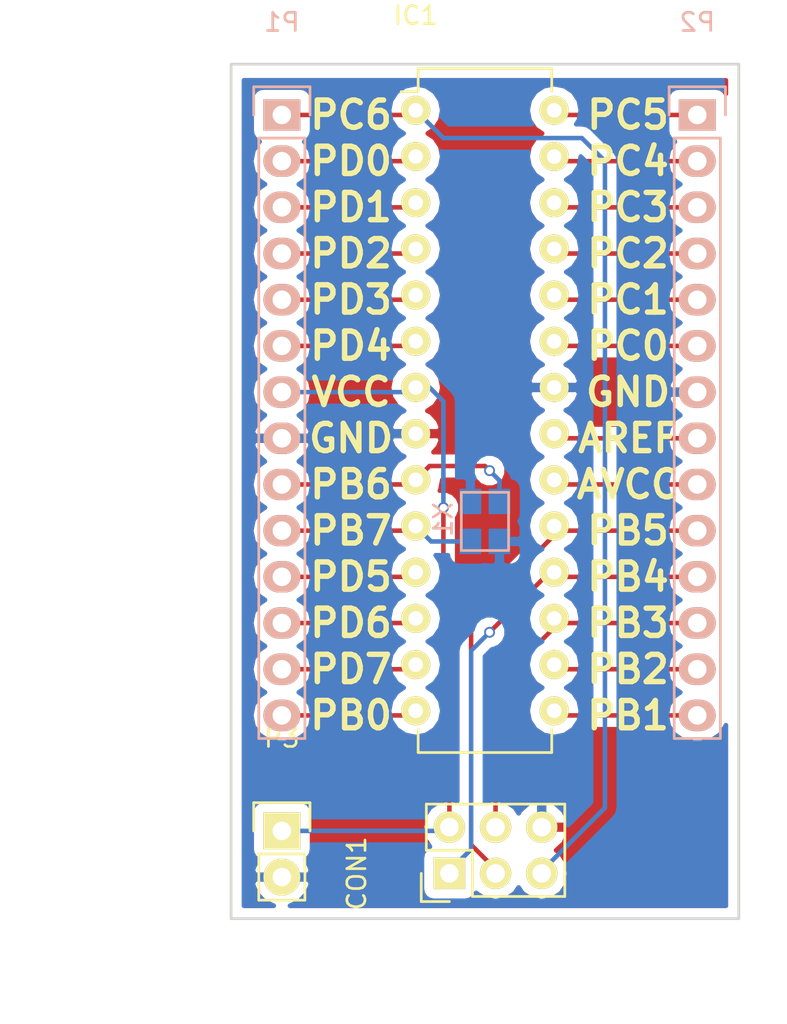
<source format=kicad_pcb>
(kicad_pcb (version 4) (host pcbnew 4.0.2+e4-6225~38~ubuntu14.04.1-stable)

  (general
    (links 41)
    (no_connects 0)
    (area 139.320001 93.985 183.162334 152.560001)
    (thickness 1.6)
    (drawings 34)
    (tracks 62)
    (zones 0)
    (modules 6)
    (nets 28)
  )

  (page A4)
  (layers
    (0 F.Cu signal)
    (31 B.Cu signal)
    (32 B.Adhes user)
    (33 F.Adhes user)
    (34 B.Paste user)
    (35 F.Paste user)
    (36 B.SilkS user)
    (37 F.SilkS user)
    (38 B.Mask user)
    (39 F.Mask user)
    (40 Dwgs.User user)
    (41 Cmts.User user)
    (42 Eco1.User user)
    (43 Eco2.User user)
    (44 Edge.Cuts user)
    (45 Margin user)
    (46 B.CrtYd user)
    (47 F.CrtYd user)
    (48 B.Fab user)
    (49 F.Fab user)
  )

  (setup
    (last_trace_width 0.25)
    (trace_clearance 0.2)
    (zone_clearance 0.508)
    (zone_45_only no)
    (trace_min 0.2)
    (segment_width 0.2)
    (edge_width 0.15)
    (via_size 0.6)
    (via_drill 0.4)
    (via_min_size 0.4)
    (via_min_drill 0.3)
    (uvia_size 0.3)
    (uvia_drill 0.1)
    (uvias_allowed no)
    (uvia_min_size 0.2)
    (uvia_min_drill 0.1)
    (pcb_text_width 0.3)
    (pcb_text_size 1.5 1.5)
    (mod_edge_width 0.15)
    (mod_text_size 1 1)
    (mod_text_width 0.15)
    (pad_size 1.524 1.524)
    (pad_drill 0.762)
    (pad_to_mask_clearance 0.2)
    (aux_axis_origin 0 0)
    (visible_elements FFFFFF7F)
    (pcbplotparams
      (layerselection 0x00030_80000001)
      (usegerberextensions false)
      (excludeedgelayer true)
      (linewidth 0.100000)
      (plotframeref false)
      (viasonmask false)
      (mode 1)
      (useauxorigin false)
      (hpglpennumber 1)
      (hpglpenspeed 20)
      (hpglpendiameter 15)
      (hpglpenoverlay 2)
      (psnegative false)
      (psa4output false)
      (plotreference true)
      (plotvalue true)
      (plotinvisibletext false)
      (padsonsilk false)
      (subtractmaskfromsilk false)
      (outputformat 1)
      (mirror false)
      (drillshape 1)
      (scaleselection 1)
      (outputdirectory ""))
  )

  (net 0 "")
  (net 1 PD0)
  (net 2 PD1)
  (net 3 PD2)
  (net 4 PD3)
  (net 5 PD4)
  (net 6 PB6)
  (net 7 PB7)
  (net 8 PD5)
  (net 9 PD6)
  (net 10 PD7)
  (net 11 PB0)
  (net 12 PC0)
  (net 13 PC1)
  (net 14 PC2)
  (net 15 PC3)
  (net 16 PC4)
  (net 17 PC5)
  (net 18 PB1)
  (net 19 PB2)
  (net 20 PB3)
  (net 21 PB4)
  (net 22 PB5)
  (net 23 PC6)
  (net 24 GND)
  (net 25 VCC)
  (net 26 AVCC)
  (net 27 AREF)

  (net_class Default "This is the default net class."
    (clearance 0.2)
    (trace_width 0.25)
    (via_dia 0.6)
    (via_drill 0.4)
    (uvia_dia 0.3)
    (uvia_drill 0.1)
    (add_net AREF)
    (add_net AVCC)
    (add_net GND)
    (add_net PB0)
    (add_net PB1)
    (add_net PB2)
    (add_net PB3)
    (add_net PB4)
    (add_net PB5)
    (add_net PB6)
    (add_net PB7)
    (add_net PC0)
    (add_net PC1)
    (add_net PC2)
    (add_net PC3)
    (add_net PC4)
    (add_net PC5)
    (add_net PC6)
    (add_net PD0)
    (add_net PD1)
    (add_net PD2)
    (add_net PD3)
    (add_net PD4)
    (add_net PD5)
    (add_net PD6)
    (add_net PD7)
    (add_net VCC)
  )

  (module Housings_DIP:DIP-28_W7.62mm (layer F.Cu) (tedit 54130A77) (tstamp 577B6C82)
    (at 162.56 100.33)
    (descr "28-lead dip package, row spacing 7.62 mm (300 mils)")
    (tags "dil dip 2.54 300")
    (path /577B669F)
    (fp_text reference IC1 (at 0 -5.22) (layer F.SilkS)
      (effects (font (size 1 1) (thickness 0.15)))
    )
    (fp_text value ATMEGA328P-P (at 0 -3.72) (layer F.Fab)
      (effects (font (size 1 1) (thickness 0.15)))
    )
    (fp_line (start -1.05 -2.45) (end -1.05 35.5) (layer F.CrtYd) (width 0.05))
    (fp_line (start 8.65 -2.45) (end 8.65 35.5) (layer F.CrtYd) (width 0.05))
    (fp_line (start -1.05 -2.45) (end 8.65 -2.45) (layer F.CrtYd) (width 0.05))
    (fp_line (start -1.05 35.5) (end 8.65 35.5) (layer F.CrtYd) (width 0.05))
    (fp_line (start 0.135 -2.295) (end 0.135 -1.025) (layer F.SilkS) (width 0.15))
    (fp_line (start 7.485 -2.295) (end 7.485 -1.025) (layer F.SilkS) (width 0.15))
    (fp_line (start 7.485 35.315) (end 7.485 34.045) (layer F.SilkS) (width 0.15))
    (fp_line (start 0.135 35.315) (end 0.135 34.045) (layer F.SilkS) (width 0.15))
    (fp_line (start 0.135 -2.295) (end 7.485 -2.295) (layer F.SilkS) (width 0.15))
    (fp_line (start 0.135 35.315) (end 7.485 35.315) (layer F.SilkS) (width 0.15))
    (fp_line (start 0.135 -1.025) (end -0.8 -1.025) (layer F.SilkS) (width 0.15))
    (pad 1 thru_hole oval (at 0 0) (size 1.6 1.6) (drill 0.8) (layers *.Cu *.Mask F.SilkS)
      (net 23 PC6))
    (pad 2 thru_hole oval (at 0 2.54) (size 1.6 1.6) (drill 0.8) (layers *.Cu *.Mask F.SilkS)
      (net 1 PD0))
    (pad 3 thru_hole oval (at 0 5.08) (size 1.6 1.6) (drill 0.8) (layers *.Cu *.Mask F.SilkS)
      (net 2 PD1))
    (pad 4 thru_hole oval (at 0 7.62) (size 1.6 1.6) (drill 0.8) (layers *.Cu *.Mask F.SilkS)
      (net 3 PD2))
    (pad 5 thru_hole oval (at 0 10.16) (size 1.6 1.6) (drill 0.8) (layers *.Cu *.Mask F.SilkS)
      (net 4 PD3))
    (pad 6 thru_hole oval (at 0 12.7) (size 1.6 1.6) (drill 0.8) (layers *.Cu *.Mask F.SilkS)
      (net 5 PD4))
    (pad 7 thru_hole oval (at 0 15.24) (size 1.6 1.6) (drill 0.8) (layers *.Cu *.Mask F.SilkS)
      (net 25 VCC))
    (pad 8 thru_hole oval (at 0 17.78) (size 1.6 1.6) (drill 0.8) (layers *.Cu *.Mask F.SilkS)
      (net 24 GND))
    (pad 9 thru_hole oval (at 0 20.32) (size 1.6 1.6) (drill 0.8) (layers *.Cu *.Mask F.SilkS)
      (net 6 PB6))
    (pad 10 thru_hole oval (at 0 22.86) (size 1.6 1.6) (drill 0.8) (layers *.Cu *.Mask F.SilkS)
      (net 7 PB7))
    (pad 11 thru_hole oval (at 0 25.4) (size 1.6 1.6) (drill 0.8) (layers *.Cu *.Mask F.SilkS)
      (net 8 PD5))
    (pad 12 thru_hole oval (at 0 27.94) (size 1.6 1.6) (drill 0.8) (layers *.Cu *.Mask F.SilkS)
      (net 9 PD6))
    (pad 13 thru_hole oval (at 0 30.48) (size 1.6 1.6) (drill 0.8) (layers *.Cu *.Mask F.SilkS)
      (net 10 PD7))
    (pad 14 thru_hole oval (at 0 33.02) (size 1.6 1.6) (drill 0.8) (layers *.Cu *.Mask F.SilkS)
      (net 11 PB0))
    (pad 15 thru_hole oval (at 7.62 33.02) (size 1.6 1.6) (drill 0.8) (layers *.Cu *.Mask F.SilkS)
      (net 18 PB1))
    (pad 16 thru_hole oval (at 7.62 30.48) (size 1.6 1.6) (drill 0.8) (layers *.Cu *.Mask F.SilkS)
      (net 19 PB2))
    (pad 17 thru_hole oval (at 7.62 27.94) (size 1.6 1.6) (drill 0.8) (layers *.Cu *.Mask F.SilkS)
      (net 20 PB3))
    (pad 18 thru_hole oval (at 7.62 25.4) (size 1.6 1.6) (drill 0.8) (layers *.Cu *.Mask F.SilkS)
      (net 21 PB4))
    (pad 19 thru_hole oval (at 7.62 22.86) (size 1.6 1.6) (drill 0.8) (layers *.Cu *.Mask F.SilkS)
      (net 22 PB5))
    (pad 20 thru_hole oval (at 7.62 20.32) (size 1.6 1.6) (drill 0.8) (layers *.Cu *.Mask F.SilkS)
      (net 26 AVCC))
    (pad 21 thru_hole oval (at 7.62 17.78) (size 1.6 1.6) (drill 0.8) (layers *.Cu *.Mask F.SilkS)
      (net 27 AREF))
    (pad 22 thru_hole oval (at 7.62 15.24) (size 1.6 1.6) (drill 0.8) (layers *.Cu *.Mask F.SilkS)
      (net 24 GND))
    (pad 23 thru_hole oval (at 7.62 12.7) (size 1.6 1.6) (drill 0.8) (layers *.Cu *.Mask F.SilkS)
      (net 12 PC0))
    (pad 24 thru_hole oval (at 7.62 10.16) (size 1.6 1.6) (drill 0.8) (layers *.Cu *.Mask F.SilkS)
      (net 13 PC1))
    (pad 25 thru_hole oval (at 7.62 7.62) (size 1.6 1.6) (drill 0.8) (layers *.Cu *.Mask F.SilkS)
      (net 14 PC2))
    (pad 26 thru_hole oval (at 7.62 5.08) (size 1.6 1.6) (drill 0.8) (layers *.Cu *.Mask F.SilkS)
      (net 15 PC3))
    (pad 27 thru_hole oval (at 7.62 2.54) (size 1.6 1.6) (drill 0.8) (layers *.Cu *.Mask F.SilkS)
      (net 16 PC4))
    (pad 28 thru_hole oval (at 7.62 0) (size 1.6 1.6) (drill 0.8) (layers *.Cu *.Mask F.SilkS)
      (net 17 PC5))
    (model Housings_DIP.3dshapes/DIP-28_W7.62mm.wrl
      (at (xyz 0 0 0))
      (scale (xyz 1 1 1))
      (rotate (xyz 0 0 0))
    )
  )

  (module Pin_Headers:Pin_Header_Straight_2x03 (layer F.Cu) (tedit 54EA0A4B) (tstamp 577B6C62)
    (at 164.4142 142.2908 90)
    (descr "Through hole pin header")
    (tags "pin header")
    (path /577B6737)
    (fp_text reference CON1 (at 0 -5.1 90) (layer F.SilkS)
      (effects (font (size 1 1) (thickness 0.15)))
    )
    (fp_text value AVR-ISP-6 (at 0 -3.1 90) (layer F.Fab)
      (effects (font (size 1 1) (thickness 0.15)))
    )
    (fp_line (start -1.27 1.27) (end -1.27 6.35) (layer F.SilkS) (width 0.15))
    (fp_line (start -1.55 -1.55) (end 0 -1.55) (layer F.SilkS) (width 0.15))
    (fp_line (start -1.75 -1.75) (end -1.75 6.85) (layer F.CrtYd) (width 0.05))
    (fp_line (start 4.3 -1.75) (end 4.3 6.85) (layer F.CrtYd) (width 0.05))
    (fp_line (start -1.75 -1.75) (end 4.3 -1.75) (layer F.CrtYd) (width 0.05))
    (fp_line (start -1.75 6.85) (end 4.3 6.85) (layer F.CrtYd) (width 0.05))
    (fp_line (start 1.27 -1.27) (end 1.27 1.27) (layer F.SilkS) (width 0.15))
    (fp_line (start 1.27 1.27) (end -1.27 1.27) (layer F.SilkS) (width 0.15))
    (fp_line (start -1.27 6.35) (end 3.81 6.35) (layer F.SilkS) (width 0.15))
    (fp_line (start 3.81 6.35) (end 3.81 1.27) (layer F.SilkS) (width 0.15))
    (fp_line (start -1.55 -1.55) (end -1.55 0) (layer F.SilkS) (width 0.15))
    (fp_line (start 3.81 -1.27) (end 1.27 -1.27) (layer F.SilkS) (width 0.15))
    (fp_line (start 3.81 1.27) (end 3.81 -1.27) (layer F.SilkS) (width 0.15))
    (pad 1 thru_hole rect (at 0 0 90) (size 1.7272 1.7272) (drill 1.016) (layers *.Cu *.Mask F.SilkS)
      (net 21 PB4))
    (pad 2 thru_hole oval (at 2.54 0 90) (size 1.7272 1.7272) (drill 1.016) (layers *.Cu *.Mask F.SilkS)
      (net 25 VCC))
    (pad 3 thru_hole oval (at 0 2.54 90) (size 1.7272 1.7272) (drill 1.016) (layers *.Cu *.Mask F.SilkS)
      (net 22 PB5))
    (pad 4 thru_hole oval (at 2.54 2.54 90) (size 1.7272 1.7272) (drill 1.016) (layers *.Cu *.Mask F.SilkS)
      (net 20 PB3))
    (pad 5 thru_hole oval (at 0 5.08 90) (size 1.7272 1.7272) (drill 1.016) (layers *.Cu *.Mask F.SilkS)
      (net 23 PC6))
    (pad 6 thru_hole oval (at 2.54 5.08 90) (size 1.7272 1.7272) (drill 1.016) (layers *.Cu *.Mask F.SilkS)
      (net 24 GND))
    (model Pin_Headers.3dshapes/Pin_Header_Straight_2x03.wrl
      (at (xyz 0.05 -0.1 0))
      (scale (xyz 1 1 1))
      (rotate (xyz 0 0 90))
    )
  )

  (module Pin_Headers:Pin_Header_Straight_1x14 (layer B.Cu) (tedit 0) (tstamp 577B6DBA)
    (at 155.194 100.584 180)
    (descr "Through hole pin header")
    (tags "pin header")
    (path /577B6D36)
    (fp_text reference P1 (at 0 5.1 180) (layer B.SilkS)
      (effects (font (size 1 1) (thickness 0.15)) (justify mirror))
    )
    (fp_text value CONN_01X14 (at 0 3.1 180) (layer B.Fab)
      (effects (font (size 1 1) (thickness 0.15)) (justify mirror))
    )
    (fp_line (start -1.75 1.75) (end -1.75 -34.8) (layer B.CrtYd) (width 0.05))
    (fp_line (start 1.75 1.75) (end 1.75 -34.8) (layer B.CrtYd) (width 0.05))
    (fp_line (start -1.75 1.75) (end 1.75 1.75) (layer B.CrtYd) (width 0.05))
    (fp_line (start -1.75 -34.8) (end 1.75 -34.8) (layer B.CrtYd) (width 0.05))
    (fp_line (start -1.27 -1.27) (end -1.27 -34.29) (layer B.SilkS) (width 0.15))
    (fp_line (start -1.27 -34.29) (end 1.27 -34.29) (layer B.SilkS) (width 0.15))
    (fp_line (start 1.27 -34.29) (end 1.27 -1.27) (layer B.SilkS) (width 0.15))
    (fp_line (start 1.55 1.55) (end 1.55 0) (layer B.SilkS) (width 0.15))
    (fp_line (start 1.27 -1.27) (end -1.27 -1.27) (layer B.SilkS) (width 0.15))
    (fp_line (start -1.55 0) (end -1.55 1.55) (layer B.SilkS) (width 0.15))
    (fp_line (start -1.55 1.55) (end 1.55 1.55) (layer B.SilkS) (width 0.15))
    (pad 1 thru_hole rect (at 0 0 180) (size 2.032 1.7272) (drill 1.016) (layers *.Cu *.Mask B.SilkS)
      (net 23 PC6))
    (pad 2 thru_hole oval (at 0 -2.54 180) (size 2.032 1.7272) (drill 1.016) (layers *.Cu *.Mask B.SilkS)
      (net 1 PD0))
    (pad 3 thru_hole oval (at 0 -5.08 180) (size 2.032 1.7272) (drill 1.016) (layers *.Cu *.Mask B.SilkS)
      (net 2 PD1))
    (pad 4 thru_hole oval (at 0 -7.62 180) (size 2.032 1.7272) (drill 1.016) (layers *.Cu *.Mask B.SilkS)
      (net 3 PD2))
    (pad 5 thru_hole oval (at 0 -10.16 180) (size 2.032 1.7272) (drill 1.016) (layers *.Cu *.Mask B.SilkS)
      (net 4 PD3))
    (pad 6 thru_hole oval (at 0 -12.7 180) (size 2.032 1.7272) (drill 1.016) (layers *.Cu *.Mask B.SilkS)
      (net 5 PD4))
    (pad 7 thru_hole oval (at 0 -15.24 180) (size 2.032 1.7272) (drill 1.016) (layers *.Cu *.Mask B.SilkS)
      (net 25 VCC))
    (pad 8 thru_hole oval (at 0 -17.78 180) (size 2.032 1.7272) (drill 1.016) (layers *.Cu *.Mask B.SilkS)
      (net 24 GND))
    (pad 9 thru_hole oval (at 0 -20.32 180) (size 2.032 1.7272) (drill 1.016) (layers *.Cu *.Mask B.SilkS)
      (net 6 PB6))
    (pad 10 thru_hole oval (at 0 -22.86 180) (size 2.032 1.7272) (drill 1.016) (layers *.Cu *.Mask B.SilkS)
      (net 7 PB7))
    (pad 11 thru_hole oval (at 0 -25.4 180) (size 2.032 1.7272) (drill 1.016) (layers *.Cu *.Mask B.SilkS)
      (net 8 PD5))
    (pad 12 thru_hole oval (at 0 -27.94 180) (size 2.032 1.7272) (drill 1.016) (layers *.Cu *.Mask B.SilkS)
      (net 9 PD6))
    (pad 13 thru_hole oval (at 0 -30.48 180) (size 2.032 1.7272) (drill 1.016) (layers *.Cu *.Mask B.SilkS)
      (net 10 PD7))
    (pad 14 thru_hole oval (at 0 -33.02 180) (size 2.032 1.7272) (drill 1.016) (layers *.Cu *.Mask B.SilkS)
      (net 11 PB0))
    (model Pin_Headers.3dshapes/Pin_Header_Straight_1x14.wrl
      (at (xyz 0 -0.65 0))
      (scale (xyz 1 1 1))
      (rotate (xyz 0 0 90))
    )
  )

  (module Pin_Headers:Pin_Header_Straight_1x14 (layer B.Cu) (tedit 0) (tstamp 577B6DCB)
    (at 178.054 100.584 180)
    (descr "Through hole pin header")
    (tags "pin header")
    (path /577B6DB3)
    (fp_text reference P2 (at 0 5.1 180) (layer B.SilkS)
      (effects (font (size 1 1) (thickness 0.15)) (justify mirror))
    )
    (fp_text value CONN_01X14 (at 0 3.1 180) (layer B.Fab)
      (effects (font (size 1 1) (thickness 0.15)) (justify mirror))
    )
    (fp_line (start -1.75 1.75) (end -1.75 -34.8) (layer B.CrtYd) (width 0.05))
    (fp_line (start 1.75 1.75) (end 1.75 -34.8) (layer B.CrtYd) (width 0.05))
    (fp_line (start -1.75 1.75) (end 1.75 1.75) (layer B.CrtYd) (width 0.05))
    (fp_line (start -1.75 -34.8) (end 1.75 -34.8) (layer B.CrtYd) (width 0.05))
    (fp_line (start -1.27 -1.27) (end -1.27 -34.29) (layer B.SilkS) (width 0.15))
    (fp_line (start -1.27 -34.29) (end 1.27 -34.29) (layer B.SilkS) (width 0.15))
    (fp_line (start 1.27 -34.29) (end 1.27 -1.27) (layer B.SilkS) (width 0.15))
    (fp_line (start 1.55 1.55) (end 1.55 0) (layer B.SilkS) (width 0.15))
    (fp_line (start 1.27 -1.27) (end -1.27 -1.27) (layer B.SilkS) (width 0.15))
    (fp_line (start -1.55 0) (end -1.55 1.55) (layer B.SilkS) (width 0.15))
    (fp_line (start -1.55 1.55) (end 1.55 1.55) (layer B.SilkS) (width 0.15))
    (pad 1 thru_hole rect (at 0 0 180) (size 2.032 1.7272) (drill 1.016) (layers *.Cu *.Mask B.SilkS)
      (net 17 PC5))
    (pad 2 thru_hole oval (at 0 -2.54 180) (size 2.032 1.7272) (drill 1.016) (layers *.Cu *.Mask B.SilkS)
      (net 16 PC4))
    (pad 3 thru_hole oval (at 0 -5.08 180) (size 2.032 1.7272) (drill 1.016) (layers *.Cu *.Mask B.SilkS)
      (net 15 PC3))
    (pad 4 thru_hole oval (at 0 -7.62 180) (size 2.032 1.7272) (drill 1.016) (layers *.Cu *.Mask B.SilkS)
      (net 14 PC2))
    (pad 5 thru_hole oval (at 0 -10.16 180) (size 2.032 1.7272) (drill 1.016) (layers *.Cu *.Mask B.SilkS)
      (net 13 PC1))
    (pad 6 thru_hole oval (at 0 -12.7 180) (size 2.032 1.7272) (drill 1.016) (layers *.Cu *.Mask B.SilkS)
      (net 12 PC0))
    (pad 7 thru_hole oval (at 0 -15.24 180) (size 2.032 1.7272) (drill 1.016) (layers *.Cu *.Mask B.SilkS)
      (net 24 GND))
    (pad 8 thru_hole oval (at 0 -17.78 180) (size 2.032 1.7272) (drill 1.016) (layers *.Cu *.Mask B.SilkS)
      (net 27 AREF))
    (pad 9 thru_hole oval (at 0 -20.32 180) (size 2.032 1.7272) (drill 1.016) (layers *.Cu *.Mask B.SilkS)
      (net 26 AVCC))
    (pad 10 thru_hole oval (at 0 -22.86 180) (size 2.032 1.7272) (drill 1.016) (layers *.Cu *.Mask B.SilkS)
      (net 22 PB5))
    (pad 11 thru_hole oval (at 0 -25.4 180) (size 2.032 1.7272) (drill 1.016) (layers *.Cu *.Mask B.SilkS)
      (net 21 PB4))
    (pad 12 thru_hole oval (at 0 -27.94 180) (size 2.032 1.7272) (drill 1.016) (layers *.Cu *.Mask B.SilkS)
      (net 20 PB3))
    (pad 13 thru_hole oval (at 0 -30.48 180) (size 2.032 1.7272) (drill 1.016) (layers *.Cu *.Mask B.SilkS)
      (net 19 PB2))
    (pad 14 thru_hole oval (at 0 -33.02 180) (size 2.032 1.7272) (drill 1.016) (layers *.Cu *.Mask B.SilkS)
      (net 18 PB1))
    (model Pin_Headers.3dshapes/Pin_Header_Straight_1x14.wrl
      (at (xyz 0 -0.65 0))
      (scale (xyz 1 1 1))
      (rotate (xyz 0 0 90))
    )
  )

  (module Pin_Headers:Pin_Header_Straight_1x02 (layer F.Cu) (tedit 54EA090C) (tstamp 577BCFC8)
    (at 155.194 139.954)
    (descr "Through hole pin header")
    (tags "pin header")
    (path /577BD029)
    (fp_text reference P3 (at 0 -5.1) (layer F.SilkS)
      (effects (font (size 1 1) (thickness 0.15)))
    )
    (fp_text value CONN_01X02 (at 0 -3.1) (layer F.Fab)
      (effects (font (size 1 1) (thickness 0.15)))
    )
    (fp_line (start 1.27 1.27) (end 1.27 3.81) (layer F.SilkS) (width 0.15))
    (fp_line (start 1.55 -1.55) (end 1.55 0) (layer F.SilkS) (width 0.15))
    (fp_line (start -1.75 -1.75) (end -1.75 4.3) (layer F.CrtYd) (width 0.05))
    (fp_line (start 1.75 -1.75) (end 1.75 4.3) (layer F.CrtYd) (width 0.05))
    (fp_line (start -1.75 -1.75) (end 1.75 -1.75) (layer F.CrtYd) (width 0.05))
    (fp_line (start -1.75 4.3) (end 1.75 4.3) (layer F.CrtYd) (width 0.05))
    (fp_line (start 1.27 1.27) (end -1.27 1.27) (layer F.SilkS) (width 0.15))
    (fp_line (start -1.55 0) (end -1.55 -1.55) (layer F.SilkS) (width 0.15))
    (fp_line (start -1.55 -1.55) (end 1.55 -1.55) (layer F.SilkS) (width 0.15))
    (fp_line (start -1.27 1.27) (end -1.27 3.81) (layer F.SilkS) (width 0.15))
    (fp_line (start -1.27 3.81) (end 1.27 3.81) (layer F.SilkS) (width 0.15))
    (pad 1 thru_hole rect (at 0 0) (size 2.032 2.032) (drill 1.016) (layers *.Cu *.Mask F.SilkS)
      (net 25 VCC))
    (pad 2 thru_hole oval (at 0 2.54) (size 2.032 2.032) (drill 1.016) (layers *.Cu *.Mask F.SilkS)
      (net 24 GND))
    (model Pin_Headers.3dshapes/Pin_Header_Straight_1x02.wrl
      (at (xyz 0 -0.05 0))
      (scale (xyz 1 1 1))
      (rotate (xyz 0 0 90))
    )
  )

  (module Crystals:crystal_FA238-TSX3225 (layer B.Cu) (tedit 0) (tstamp 577BD366)
    (at 166.37 122.936 270)
    (descr "crystal Epson Toyocom FA-238 and TSX-3225 series")
    (path /577BD3A3)
    (fp_text reference X1 (at -0.1 2.3 270) (layer B.SilkS)
      (effects (font (size 1 1) (thickness 0.15)) (justify mirror))
    )
    (fp_text value CRYSTAL_SMD (at 0.2 -2.3 270) (layer B.Fab)
      (effects (font (size 1 1) (thickness 0.15)) (justify mirror))
    )
    (fp_line (start -1.6 1.3) (end 1.6 1.3) (layer B.SilkS) (width 0.15))
    (fp_line (start 1.6 1.3) (end 1.6 -1.3) (layer B.SilkS) (width 0.15))
    (fp_line (start 1.6 -1.3) (end -1.6 -1.3) (layer B.SilkS) (width 0.15))
    (fp_line (start -1.6 -1.3) (end -1.6 1.3) (layer B.SilkS) (width 0.15))
    (pad 1 smd rect (at -1.1 -0.8 270) (size 1.4 1.2) (layers B.Cu B.Paste B.Mask)
      (net 6 PB6))
    (pad 3 smd rect (at 1.1 -0.8 270) (size 1.4 1.2) (layers B.Cu B.Paste B.Mask)
      (net 24 GND))
    (pad 3 smd rect (at -1.1 0.8 270) (size 1.4 1.2) (layers B.Cu B.Paste B.Mask)
      (net 24 GND))
    (pad 2 smd rect (at 1.1 0.8 270) (size 1.4 1.2) (layers B.Cu B.Paste B.Mask)
      (net 7 PB7))
    (model Crystals.3dshapes/crystal_FA238-TSX3225.wrl
      (at (xyz 0 0 0))
      (scale (xyz 0.24 0.24 0.24))
      (rotate (xyz 0 0 0))
    )
  )

  (gr_text PB1 (at 174.244 133.604) (layer F.SilkS)
    (effects (font (size 1.5 1.5) (thickness 0.3)))
  )
  (gr_text PB2 (at 174.244 131.064) (layer F.SilkS)
    (effects (font (size 1.5 1.5) (thickness 0.3)))
  )
  (gr_text PB3 (at 174.244 128.524) (layer F.SilkS)
    (effects (font (size 1.5 1.5) (thickness 0.3)))
  )
  (gr_text PB4 (at 174.244 125.984) (layer F.SilkS)
    (effects (font (size 1.5 1.5) (thickness 0.3)))
  )
  (gr_text PB5 (at 174.244 123.444) (layer F.SilkS)
    (effects (font (size 1.5 1.5) (thickness 0.3)))
  )
  (gr_text AVCC (at 174.244 120.904) (layer F.SilkS)
    (effects (font (size 1.5 1.5) (thickness 0.3)))
  )
  (gr_text AREF (at 174.244 118.364) (layer F.SilkS)
    (effects (font (size 1.5 1.5) (thickness 0.3)))
  )
  (gr_text GND (at 174.244 115.824) (layer F.SilkS)
    (effects (font (size 1.5 1.5) (thickness 0.3)))
  )
  (gr_text PC0 (at 174.244 113.284) (layer F.SilkS)
    (effects (font (size 1.5 1.5) (thickness 0.3)))
  )
  (gr_text PC1 (at 174.244 110.744) (layer F.SilkS)
    (effects (font (size 1.5 1.5) (thickness 0.3)))
  )
  (gr_text PC2 (at 174.244 108.204) (layer F.SilkS)
    (effects (font (size 1.5 1.5) (thickness 0.3)))
  )
  (gr_text PC3 (at 174.244 105.664) (layer F.SilkS)
    (effects (font (size 1.5 1.5) (thickness 0.3)))
  )
  (gr_text PC4 (at 174.244 103.124) (layer F.SilkS)
    (effects (font (size 1.5 1.5) (thickness 0.3)))
  )
  (dimension 46.99 (width 0.3) (layer Margin)
    (gr_text "46,990 mm" (at 145.97 121.285 270) (layer Margin)
      (effects (font (size 1.5 1.5) (thickness 0.3)))
    )
    (feature1 (pts (xy 152.4 144.78) (xy 144.62 144.78)))
    (feature2 (pts (xy 152.4 97.79) (xy 144.62 97.79)))
    (crossbar (pts (xy 147.32 97.79) (xy 147.32 144.78)))
    (arrow1a (pts (xy 147.32 144.78) (xy 146.733579 143.653496)))
    (arrow1b (pts (xy 147.32 144.78) (xy 147.906421 143.653496)))
    (arrow2a (pts (xy 147.32 97.79) (xy 146.733579 98.916504)))
    (arrow2b (pts (xy 147.32 97.79) (xy 147.906421 98.916504)))
  )
  (dimension 27.94 (width 0.3) (layer Margin)
    (gr_text "27,940 mm" (at 166.37 151.21) (layer Margin)
      (effects (font (size 1.5 1.5) (thickness 0.3)))
    )
    (feature1 (pts (xy 180.34 144.78) (xy 180.34 152.56)))
    (feature2 (pts (xy 152.4 144.78) (xy 152.4 152.56)))
    (crossbar (pts (xy 152.4 149.86) (xy 180.34 149.86)))
    (arrow1a (pts (xy 180.34 149.86) (xy 179.213496 150.446421)))
    (arrow1b (pts (xy 180.34 149.86) (xy 179.213496 149.273579)))
    (arrow2a (pts (xy 152.4 149.86) (xy 153.526504 150.446421)))
    (arrow2b (pts (xy 152.4 149.86) (xy 153.526504 149.273579)))
  )
  (gr_line (start 152.4 144.78) (end 152.4 97.79) (angle 90) (layer Edge.Cuts) (width 0.15))
  (gr_line (start 180.34 144.78) (end 152.4 144.78) (angle 90) (layer Edge.Cuts) (width 0.15))
  (gr_line (start 180.34 97.79) (end 180.34 144.78) (angle 90) (layer Edge.Cuts) (width 0.15))
  (gr_line (start 152.4 97.79) (end 180.34 97.79) (angle 90) (layer Edge.Cuts) (width 0.15))
  (gr_text PC5 (at 174.244 100.584) (layer F.SilkS)
    (effects (font (size 1.5 1.5) (thickness 0.3)))
  )
  (gr_text PB0 (at 159.004 133.604) (layer F.SilkS)
    (effects (font (size 1.5 1.5) (thickness 0.3)))
  )
  (gr_text PD7 (at 159.004 131.064) (layer F.SilkS)
    (effects (font (size 1.5 1.5) (thickness 0.3)))
  )
  (gr_text PD6 (at 159.004 128.524) (layer F.SilkS)
    (effects (font (size 1.5 1.5) (thickness 0.3)))
  )
  (gr_text PD5 (at 159.004 125.984) (layer F.SilkS)
    (effects (font (size 1.5 1.5) (thickness 0.3)))
  )
  (gr_text PB7 (at 159.004 123.444) (layer F.SilkS)
    (effects (font (size 1.5 1.5) (thickness 0.3)))
  )
  (gr_text PB6 (at 159.004 120.904) (layer F.SilkS)
    (effects (font (size 1.5 1.5) (thickness 0.3)))
  )
  (gr_text "GND\n" (at 159.004 118.364) (layer F.SilkS)
    (effects (font (size 1.5 1.5) (thickness 0.3)))
  )
  (gr_text "VCC\n" (at 159.004 115.824) (layer F.SilkS)
    (effects (font (size 1.5 1.5) (thickness 0.3)))
  )
  (gr_text PD4 (at 159.004 113.284) (layer F.SilkS)
    (effects (font (size 1.5 1.5) (thickness 0.3)))
  )
  (gr_text PD3 (at 159.004 110.744) (layer F.SilkS)
    (effects (font (size 1.5 1.5) (thickness 0.3)))
  )
  (gr_text PD2 (at 159.004 108.204) (layer F.SilkS)
    (effects (font (size 1.5 1.5) (thickness 0.3)))
  )
  (gr_text PD1 (at 159.004 105.664) (layer F.SilkS)
    (effects (font (size 1.5 1.5) (thickness 0.3)))
  )
  (gr_text PD0 (at 159.004 103.124) (layer F.SilkS)
    (effects (font (size 1.5 1.5) (thickness 0.3)))
  )
  (gr_text PC6 (at 159.004 100.584) (layer F.SilkS)
    (effects (font (size 1.5 1.5) (thickness 0.3)))
  )

  (segment (start 155.194 103.124) (end 162.814 103.124) (width 0.25) (layer F.Cu) (net 1))
  (segment (start 155.194 105.664) (end 162.814 105.664) (width 0.25) (layer F.Cu) (net 2))
  (segment (start 155.194 108.204) (end 162.814 108.204) (width 0.25) (layer F.Cu) (net 3))
  (segment (start 155.194 110.744) (end 162.814 110.744) (width 0.25) (layer F.Cu) (net 4))
  (segment (start 155.194 113.284) (end 162.814 113.284) (width 0.25) (layer F.Cu) (net 5))
  (segment (start 167.17 121.836) (end 167.17 120.688) (width 0.25) (layer B.Cu) (net 6) (status 400000))
  (segment (start 163.322 119.888) (end 162.56 120.65) (width 0.25) (layer F.Cu) (net 6) (tstamp 577D164A) (status 800000))
  (segment (start 166.37 119.888) (end 163.322 119.888) (width 0.25) (layer F.Cu) (net 6) (tstamp 577D1646))
  (segment (start 166.624 120.142) (end 166.37 119.888) (width 0.25) (layer F.Cu) (net 6) (tstamp 577D1645))
  (via (at 166.624 120.142) (size 0.6) (drill 0.4) (layers F.Cu B.Cu) (net 6))
  (segment (start 167.17 120.688) (end 166.624 120.142) (width 0.25) (layer B.Cu) (net 6) (tstamp 577D163D))
  (segment (start 155.194 120.904) (end 162.814 120.904) (width 0.25) (layer F.Cu) (net 6))
  (segment (start 165.57 124.036) (end 163.406 124.036) (width 0.25) (layer B.Cu) (net 7) (status 10))
  (segment (start 163.406 124.036) (end 162.814 123.444) (width 0.25) (layer B.Cu) (net 7) (tstamp 577BD585))
  (segment (start 155.194 123.444) (end 162.814 123.444) (width 0.25) (layer F.Cu) (net 7))
  (segment (start 155.194 125.984) (end 162.814 125.984) (width 0.25) (layer F.Cu) (net 8))
  (segment (start 155.194 128.524) (end 162.814 128.524) (width 0.25) (layer F.Cu) (net 9))
  (segment (start 155.194 131.064) (end 162.814 131.064) (width 0.25) (layer F.Cu) (net 10))
  (segment (start 155.194 133.604) (end 162.814 133.604) (width 0.25) (layer F.Cu) (net 11))
  (segment (start 170.434 113.284) (end 178.054 113.284) (width 0.25) (layer F.Cu) (net 12))
  (segment (start 170.434 110.744) (end 178.054 110.744) (width 0.25) (layer F.Cu) (net 13))
  (segment (start 170.434 108.204) (end 178.054 108.204) (width 0.25) (layer F.Cu) (net 14))
  (segment (start 170.434 105.664) (end 178.054 105.664) (width 0.25) (layer F.Cu) (net 15))
  (segment (start 170.434 103.124) (end 178.054 103.124) (width 0.25) (layer F.Cu) (net 16))
  (segment (start 170.434 100.584) (end 178.054 100.584) (width 0.25) (layer F.Cu) (net 17))
  (segment (start 170.434 133.604) (end 178.054 133.604) (width 0.25) (layer F.Cu) (net 18))
  (segment (start 170.434 131.064) (end 178.054 131.064) (width 0.25) (layer F.Cu) (net 19))
  (segment (start 166.9542 139.7508) (end 166.9542 132.0038) (width 0.25) (layer F.Cu) (net 20))
  (segment (start 166.9542 132.0038) (end 170.434 128.524) (width 0.25) (layer F.Cu) (net 20) (tstamp 577BCD8C))
  (segment (start 170.434 128.524) (end 178.054 128.524) (width 0.25) (layer F.Cu) (net 20) (tstamp 577BCD94))
  (segment (start 164.4142 142.2908) (end 164.4142 142.1638) (width 0.25) (layer B.Cu) (net 21))
  (segment (start 164.4142 142.1638) (end 165.608 140.97) (width 0.25) (layer B.Cu) (net 21) (tstamp 577BCE62))
  (segment (start 165.608 140.97) (end 165.608 130.048) (width 0.25) (layer B.Cu) (net 21) (tstamp 577BCE63))
  (segment (start 165.608 130.048) (end 166.624 129.032) (width 0.25) (layer B.Cu) (net 21) (tstamp 577BCE67))
  (via (at 166.624 129.032) (size 0.6) (drill 0.4) (layers F.Cu B.Cu) (net 21))
  (segment (start 166.624 129.032) (end 169.672 125.984) (width 0.25) (layer F.Cu) (net 21) (tstamp 577BCE70))
  (segment (start 169.672 125.984) (end 178.054 125.984) (width 0.25) (layer F.Cu) (net 21) (tstamp 577BCE71))
  (segment (start 170.434 123.444) (end 178.054 123.444) (width 0.25) (layer F.Cu) (net 22))
  (segment (start 166.9542 142.2908) (end 166.9542 142.0622) (width 0.25) (layer F.Cu) (net 22))
  (segment (start 166.9542 142.0622) (end 165.608 140.716) (width 0.25) (layer F.Cu) (net 22) (tstamp 577BCDFE))
  (segment (start 165.608 140.716) (end 165.608 128.27) (width 0.25) (layer F.Cu) (net 22) (tstamp 577BCE00))
  (segment (start 165.608 128.27) (end 170.434 123.444) (width 0.25) (layer F.Cu) (net 22) (tstamp 577BCE09))
  (segment (start 155.194 100.584) (end 162.814 100.584) (width 0.25) (layer F.Cu) (net 23))
  (segment (start 169.4942 142.2908) (end 169.4942 142.1638) (width 0.25) (layer B.Cu) (net 23))
  (segment (start 169.4942 142.1638) (end 172.974 138.684) (width 0.25) (layer B.Cu) (net 23) (tstamp 577BCD6C))
  (segment (start 172.974 138.684) (end 172.974 103.124) (width 0.25) (layer B.Cu) (net 23) (tstamp 577BCD77))
  (segment (start 172.974 103.124) (end 171.704 101.854) (width 0.25) (layer B.Cu) (net 23) (tstamp 577BCD7A))
  (segment (start 171.704 101.854) (end 164.084 101.854) (width 0.25) (layer B.Cu) (net 23) (tstamp 577BCD7C))
  (segment (start 164.084 101.854) (end 162.814 100.584) (width 0.25) (layer B.Cu) (net 23) (tstamp 577BCD7E))
  (segment (start 162.56 115.57) (end 163.322 115.57) (width 0.25) (layer B.Cu) (net 25) (status C00000))
  (segment (start 163.322 115.57) (end 164.084 116.332) (width 0.25) (layer B.Cu) (net 25) (tstamp 577D16E9) (status 400000))
  (segment (start 164.4142 131.1402) (end 164.4142 139.7508) (width 0.25) (layer F.Cu) (net 25) (tstamp 577D16F8) (status 800000))
  (segment (start 164.084 130.81) (end 164.4142 131.1402) (width 0.25) (layer F.Cu) (net 25) (tstamp 577D16F6))
  (segment (start 164.084 122.174) (end 164.084 130.81) (width 0.25) (layer F.Cu) (net 25) (tstamp 577D16F5))
  (via (at 164.084 122.174) (size 0.6) (drill 0.4) (layers F.Cu B.Cu) (net 25))
  (segment (start 164.084 116.332) (end 164.084 122.174) (width 0.25) (layer B.Cu) (net 25) (tstamp 577D16ED))
  (segment (start 155.194 115.824) (end 162.306 115.824) (width 0.25) (layer B.Cu) (net 25) (status C00000))
  (segment (start 162.306 115.824) (end 162.56 115.57) (width 0.25) (layer B.Cu) (net 25) (tstamp 577D16E0) (status C00000))
  (segment (start 155.194 139.954) (end 164.211 139.954) (width 0.25) (layer B.Cu) (net 25) (status C00000))
  (segment (start 164.211 139.954) (end 164.4142 139.7508) (width 0.25) (layer B.Cu) (net 25) (tstamp 577D16C9) (status C00000))
  (segment (start 170.434 120.904) (end 178.054 120.904) (width 0.25) (layer F.Cu) (net 26))
  (segment (start 170.434 118.364) (end 178.054 118.364) (width 0.25) (layer F.Cu) (net 27))

  (zone (net 24) (net_name GND) (layer F.Cu) (tstamp 577D1416) (hatch edge 0.508)
    (connect_pads (clearance 0.508))
    (min_thickness 0.254)
    (fill yes (arc_segments 16) (thermal_gap 0.508) (thermal_bridge_width 0.508))
    (polygon
      (pts
        (xy 179.832 144.272) (xy 152.908 144.272) (xy 152.908 98.552) (xy 179.832 98.552) (xy 179.832 144.272)
      )
    )
    (filled_polygon
      (pts
        (xy 179.63 99.418007) (xy 179.53409 99.268959) (xy 179.32189 99.123969) (xy 179.07 99.07296) (xy 177.038 99.07296)
        (xy 176.802683 99.117238) (xy 176.586559 99.25631) (xy 176.441569 99.46851) (xy 176.39056 99.7204) (xy 176.39056 99.824)
        (xy 171.542463 99.824) (xy 171.53388 99.780849) (xy 171.222811 99.315302) (xy 170.757264 99.004233) (xy 170.208113 98.895)
        (xy 170.151887 98.895) (xy 169.602736 99.004233) (xy 169.137189 99.315302) (xy 168.82612 99.780849) (xy 168.716887 100.33)
        (xy 168.82612 100.879151) (xy 169.137189 101.344698) (xy 169.519275 101.6) (xy 169.137189 101.855302) (xy 168.82612 102.320849)
        (xy 168.716887 102.87) (xy 168.82612 103.419151) (xy 169.137189 103.884698) (xy 169.519275 104.14) (xy 169.137189 104.395302)
        (xy 168.82612 104.860849) (xy 168.716887 105.41) (xy 168.82612 105.959151) (xy 169.137189 106.424698) (xy 169.519275 106.68)
        (xy 169.137189 106.935302) (xy 168.82612 107.400849) (xy 168.716887 107.95) (xy 168.82612 108.499151) (xy 169.137189 108.964698)
        (xy 169.519275 109.22) (xy 169.137189 109.475302) (xy 168.82612 109.940849) (xy 168.716887 110.49) (xy 168.82612 111.039151)
        (xy 169.137189 111.504698) (xy 169.519275 111.76) (xy 169.137189 112.015302) (xy 168.82612 112.480849) (xy 168.716887 113.03)
        (xy 168.82612 113.579151) (xy 169.137189 114.044698) (xy 169.541703 114.314986) (xy 169.324866 114.417611) (xy 168.948959 114.832577)
        (xy 168.788096 115.220961) (xy 168.910085 115.443) (xy 170.053 115.443) (xy 170.053 115.423) (xy 170.307 115.423)
        (xy 170.307 115.443) (xy 171.449915 115.443) (xy 171.571904 115.220961) (xy 171.411041 114.832577) (xy 171.035134 114.417611)
        (xy 170.818297 114.314986) (xy 171.222811 114.044698) (xy 171.223277 114.044) (xy 176.609352 114.044) (xy 176.809585 114.34367)
        (xy 177.119069 114.550461) (xy 176.703268 114.921964) (xy 176.449291 115.449209) (xy 176.446642 115.464974) (xy 176.567783 115.697)
        (xy 177.927 115.697) (xy 177.927 115.677) (xy 178.181 115.677) (xy 178.181 115.697) (xy 178.201 115.697)
        (xy 178.201 115.951) (xy 178.181 115.951) (xy 178.181 115.971) (xy 177.927 115.971) (xy 177.927 115.951)
        (xy 176.567783 115.951) (xy 176.446642 116.183026) (xy 176.449291 116.198791) (xy 176.703268 116.726036) (xy 177.119069 117.097539)
        (xy 176.809585 117.30433) (xy 176.609352 117.604) (xy 171.542463 117.604) (xy 171.53388 117.560849) (xy 171.222811 117.095302)
        (xy 170.818297 116.825014) (xy 171.035134 116.722389) (xy 171.411041 116.307423) (xy 171.571904 115.919039) (xy 171.449915 115.697)
        (xy 170.307 115.697) (xy 170.307 115.717) (xy 170.053 115.717) (xy 170.053 115.697) (xy 168.910085 115.697)
        (xy 168.788096 115.919039) (xy 168.948959 116.307423) (xy 169.324866 116.722389) (xy 169.541703 116.825014) (xy 169.137189 117.095302)
        (xy 168.82612 117.560849) (xy 168.716887 118.11) (xy 168.82612 118.659151) (xy 169.137189 119.124698) (xy 169.519275 119.38)
        (xy 169.137189 119.635302) (xy 168.82612 120.100849) (xy 168.716887 120.65) (xy 168.82612 121.199151) (xy 169.137189 121.664698)
        (xy 169.519275 121.92) (xy 169.137189 122.175302) (xy 168.82612 122.640849) (xy 168.716887 123.19) (xy 168.82612 123.739151)
        (xy 168.92142 123.881778) (xy 165.070599 127.732599) (xy 164.905852 127.979161) (xy 164.848 128.27) (xy 164.848 130.499198)
        (xy 164.844 130.495198) (xy 164.844 122.736463) (xy 164.876192 122.704327) (xy 165.018838 122.360799) (xy 165.019162 121.988833)
        (xy 164.877117 121.645057) (xy 164.614327 121.381808) (xy 164.270799 121.239162) (xy 163.898833 121.238838) (xy 163.882987 121.245385)
        (xy 163.91388 121.199151) (xy 164.023113 120.65) (xy 164.022715 120.648) (xy 165.821403 120.648) (xy 165.830883 120.670943)
        (xy 166.093673 120.934192) (xy 166.437201 121.076838) (xy 166.809167 121.077162) (xy 167.152943 120.935117) (xy 167.416192 120.672327)
        (xy 167.558838 120.328799) (xy 167.559162 119.956833) (xy 167.417117 119.613057) (xy 167.154327 119.349808) (xy 166.810799 119.207162)
        (xy 166.692578 119.207059) (xy 166.660839 119.185852) (xy 166.37 119.128) (xy 163.536874 119.128) (xy 163.791041 118.847423)
        (xy 163.951904 118.459039) (xy 163.829915 118.237) (xy 162.687 118.237) (xy 162.687 118.257) (xy 162.433 118.257)
        (xy 162.433 118.237) (xy 161.290085 118.237) (xy 161.168096 118.459039) (xy 161.328959 118.847423) (xy 161.704866 119.262389)
        (xy 161.921703 119.365014) (xy 161.517189 119.635302) (xy 161.20612 120.100849) (xy 161.197537 120.144) (xy 156.638648 120.144)
        (xy 156.438415 119.84433) (xy 156.128931 119.637539) (xy 156.544732 119.266036) (xy 156.798709 118.738791) (xy 156.801358 118.723026)
        (xy 156.680217 118.491) (xy 155.321 118.491) (xy 155.321 118.511) (xy 155.067 118.511) (xy 155.067 118.491)
        (xy 153.707783 118.491) (xy 153.586642 118.723026) (xy 153.589291 118.738791) (xy 153.843268 119.266036) (xy 154.259069 119.637539)
        (xy 153.949585 119.84433) (xy 153.624729 120.330511) (xy 153.510655 120.904) (xy 153.624729 121.477489) (xy 153.949585 121.96367)
        (xy 154.264366 122.174) (xy 153.949585 122.38433) (xy 153.624729 122.870511) (xy 153.510655 123.444) (xy 153.624729 124.017489)
        (xy 153.949585 124.50367) (xy 154.264366 124.714) (xy 153.949585 124.92433) (xy 153.624729 125.410511) (xy 153.510655 125.984)
        (xy 153.624729 126.557489) (xy 153.949585 127.04367) (xy 154.264366 127.254) (xy 153.949585 127.46433) (xy 153.624729 127.950511)
        (xy 153.510655 128.524) (xy 153.624729 129.097489) (xy 153.949585 129.58367) (xy 154.264366 129.794) (xy 153.949585 130.00433)
        (xy 153.624729 130.490511) (xy 153.510655 131.064) (xy 153.624729 131.637489) (xy 153.949585 132.12367) (xy 154.264366 132.334)
        (xy 153.949585 132.54433) (xy 153.624729 133.030511) (xy 153.510655 133.604) (xy 153.624729 134.177489) (xy 153.949585 134.66367)
        (xy 154.435766 134.988526) (xy 155.009255 135.1026) (xy 155.378745 135.1026) (xy 155.952234 134.988526) (xy 156.438415 134.66367)
        (xy 156.638648 134.364) (xy 161.516723 134.364) (xy 161.517189 134.364698) (xy 161.982736 134.675767) (xy 162.531887 134.785)
        (xy 162.588113 134.785) (xy 163.137264 134.675767) (xy 163.602811 134.364698) (xy 163.6542 134.287789) (xy 163.6542 138.461538)
        (xy 163.35453 138.661771) (xy 163.029674 139.147952) (xy 162.9156 139.721441) (xy 162.9156 139.780159) (xy 163.029674 140.353648)
        (xy 163.340774 140.819242) (xy 163.315283 140.824038) (xy 163.099159 140.96311) (xy 162.954169 141.17531) (xy 162.90316 141.4272)
        (xy 162.90316 143.1544) (xy 162.947438 143.389717) (xy 163.08651 143.605841) (xy 163.29871 143.750831) (xy 163.5506 143.80184)
        (xy 165.2778 143.80184) (xy 165.513117 143.757562) (xy 165.729241 143.61849) (xy 165.874231 143.40629) (xy 165.883064 143.362669)
        (xy 165.89453 143.379829) (xy 166.380711 143.704685) (xy 166.9542 143.818759) (xy 167.527689 143.704685) (xy 168.01387 143.379829)
        (xy 168.2242 143.065048) (xy 168.43453 143.379829) (xy 168.920711 143.704685) (xy 169.4942 143.818759) (xy 170.067689 143.704685)
        (xy 170.55387 143.379829) (xy 170.878726 142.893648) (xy 170.9928 142.320159) (xy 170.9928 142.261441) (xy 170.878726 141.687952)
        (xy 170.55387 141.201771) (xy 170.283039 141.020808) (xy 170.701021 140.63929) (xy 170.949168 140.109827) (xy 170.828669 139.8778)
        (xy 169.6212 139.8778) (xy 169.6212 139.8978) (xy 169.3672 139.8978) (xy 169.3672 139.8778) (xy 169.3472 139.8778)
        (xy 169.3472 139.6238) (xy 169.3672 139.6238) (xy 169.3672 138.416983) (xy 169.6212 138.416983) (xy 169.6212 139.6238)
        (xy 170.828669 139.6238) (xy 170.949168 139.391773) (xy 170.701021 138.86231) (xy 170.269147 138.468112) (xy 169.853226 138.295842)
        (xy 169.6212 138.416983) (xy 169.3672 138.416983) (xy 169.135174 138.295842) (xy 168.719253 138.468112) (xy 168.287379 138.86231)
        (xy 168.229864 138.985028) (xy 168.01387 138.661771) (xy 167.7142 138.461538) (xy 167.7142 132.318602) (xy 168.800824 131.231978)
        (xy 168.82612 131.359151) (xy 169.137189 131.824698) (xy 169.519275 132.08) (xy 169.137189 132.335302) (xy 168.82612 132.800849)
        (xy 168.716887 133.35) (xy 168.82612 133.899151) (xy 169.137189 134.364698) (xy 169.602736 134.675767) (xy 170.151887 134.785)
        (xy 170.208113 134.785) (xy 170.757264 134.675767) (xy 171.222811 134.364698) (xy 171.223277 134.364) (xy 176.609352 134.364)
        (xy 176.809585 134.66367) (xy 177.295766 134.988526) (xy 177.869255 135.1026) (xy 178.238745 135.1026) (xy 178.812234 134.988526)
        (xy 179.298415 134.66367) (xy 179.623271 134.177489) (xy 179.63 134.14366) (xy 179.63 144.07) (xy 155.642249 144.07)
        (xy 156.162379 143.831188) (xy 156.600385 143.358818) (xy 156.799975 142.876944) (xy 156.680836 142.621) (xy 155.321 142.621)
        (xy 155.321 142.641) (xy 155.067 142.641) (xy 155.067 142.621) (xy 153.707164 142.621) (xy 153.588025 142.876944)
        (xy 153.787615 143.358818) (xy 154.225621 143.831188) (xy 154.745751 144.07) (xy 153.11 144.07) (xy 153.11 138.938)
        (xy 153.53056 138.938) (xy 153.53056 140.97) (xy 153.574838 141.205317) (xy 153.71391 141.421441) (xy 153.876948 141.53284)
        (xy 153.787615 141.629182) (xy 153.588025 142.111056) (xy 153.707164 142.367) (xy 155.067 142.367) (xy 155.067 142.347)
        (xy 155.321 142.347) (xy 155.321 142.367) (xy 156.680836 142.367) (xy 156.799975 142.111056) (xy 156.600385 141.629182)
        (xy 156.509903 141.531602) (xy 156.661441 141.43409) (xy 156.806431 141.22189) (xy 156.85744 140.97) (xy 156.85744 138.938)
        (xy 156.813162 138.702683) (xy 156.67409 138.486559) (xy 156.46189 138.341569) (xy 156.21 138.29056) (xy 154.178 138.29056)
        (xy 153.942683 138.334838) (xy 153.726559 138.47391) (xy 153.581569 138.68611) (xy 153.53056 138.938) (xy 153.11 138.938)
        (xy 153.11 103.124) (xy 153.510655 103.124) (xy 153.624729 103.697489) (xy 153.949585 104.18367) (xy 154.264366 104.394)
        (xy 153.949585 104.60433) (xy 153.624729 105.090511) (xy 153.510655 105.664) (xy 153.624729 106.237489) (xy 153.949585 106.72367)
        (xy 154.264366 106.934) (xy 153.949585 107.14433) (xy 153.624729 107.630511) (xy 153.510655 108.204) (xy 153.624729 108.777489)
        (xy 153.949585 109.26367) (xy 154.264366 109.474) (xy 153.949585 109.68433) (xy 153.624729 110.170511) (xy 153.510655 110.744)
        (xy 153.624729 111.317489) (xy 153.949585 111.80367) (xy 154.264366 112.014) (xy 153.949585 112.22433) (xy 153.624729 112.710511)
        (xy 153.510655 113.284) (xy 153.624729 113.857489) (xy 153.949585 114.34367) (xy 154.264366 114.554) (xy 153.949585 114.76433)
        (xy 153.624729 115.250511) (xy 153.510655 115.824) (xy 153.624729 116.397489) (xy 153.949585 116.88367) (xy 154.259069 117.090461)
        (xy 153.843268 117.461964) (xy 153.589291 117.989209) (xy 153.586642 118.004974) (xy 153.707783 118.237) (xy 155.067 118.237)
        (xy 155.067 118.217) (xy 155.321 118.217) (xy 155.321 118.237) (xy 156.680217 118.237) (xy 156.801358 118.004974)
        (xy 156.798709 117.989209) (xy 156.544732 117.461964) (xy 156.128931 117.090461) (xy 156.438415 116.88367) (xy 156.763271 116.397489)
        (xy 156.877345 115.824) (xy 156.763271 115.250511) (xy 156.438415 114.76433) (xy 156.123634 114.554) (xy 156.438415 114.34367)
        (xy 156.638648 114.044) (xy 161.516723 114.044) (xy 161.517189 114.044698) (xy 161.899275 114.3) (xy 161.517189 114.555302)
        (xy 161.20612 115.020849) (xy 161.096887 115.57) (xy 161.20612 116.119151) (xy 161.517189 116.584698) (xy 161.921703 116.854986)
        (xy 161.704866 116.957611) (xy 161.328959 117.372577) (xy 161.168096 117.760961) (xy 161.290085 117.983) (xy 162.433 117.983)
        (xy 162.433 117.963) (xy 162.687 117.963) (xy 162.687 117.983) (xy 163.829915 117.983) (xy 163.951904 117.760961)
        (xy 163.791041 117.372577) (xy 163.415134 116.957611) (xy 163.198297 116.854986) (xy 163.602811 116.584698) (xy 163.91388 116.119151)
        (xy 164.023113 115.57) (xy 163.91388 115.020849) (xy 163.602811 114.555302) (xy 163.220725 114.3) (xy 163.602811 114.044698)
        (xy 163.91388 113.579151) (xy 164.023113 113.03) (xy 163.91388 112.480849) (xy 163.602811 112.015302) (xy 163.220725 111.76)
        (xy 163.602811 111.504698) (xy 163.91388 111.039151) (xy 164.023113 110.49) (xy 163.91388 109.940849) (xy 163.602811 109.475302)
        (xy 163.220725 109.22) (xy 163.602811 108.964698) (xy 163.91388 108.499151) (xy 164.023113 107.95) (xy 163.91388 107.400849)
        (xy 163.602811 106.935302) (xy 163.220725 106.68) (xy 163.602811 106.424698) (xy 163.91388 105.959151) (xy 164.023113 105.41)
        (xy 163.91388 104.860849) (xy 163.602811 104.395302) (xy 163.220725 104.14) (xy 163.602811 103.884698) (xy 163.91388 103.419151)
        (xy 164.023113 102.87) (xy 163.91388 102.320849) (xy 163.602811 101.855302) (xy 163.220725 101.6) (xy 163.602811 101.344698)
        (xy 163.91388 100.879151) (xy 164.023113 100.33) (xy 163.91388 99.780849) (xy 163.602811 99.315302) (xy 163.137264 99.004233)
        (xy 162.588113 98.895) (xy 162.531887 98.895) (xy 161.982736 99.004233) (xy 161.517189 99.315302) (xy 161.20612 99.780849)
        (xy 161.197537 99.824) (xy 156.85744 99.824) (xy 156.85744 99.7204) (xy 156.813162 99.485083) (xy 156.67409 99.268959)
        (xy 156.46189 99.123969) (xy 156.21 99.07296) (xy 154.178 99.07296) (xy 153.942683 99.117238) (xy 153.726559 99.25631)
        (xy 153.581569 99.46851) (xy 153.53056 99.7204) (xy 153.53056 101.4476) (xy 153.574838 101.682917) (xy 153.71391 101.899041)
        (xy 153.92611 102.044031) (xy 153.967439 102.0524) (xy 153.949585 102.06433) (xy 153.624729 102.550511) (xy 153.510655 103.124)
        (xy 153.11 103.124) (xy 153.11 98.679) (xy 179.63 98.679)
      )
    )
  )
  (zone (net 24) (net_name GND) (layer B.Cu) (tstamp 577D14DB) (hatch edge 0.508)
    (connect_pads (clearance 0.508))
    (min_thickness 0.254)
    (fill yes (arc_segments 16) (thermal_gap 0.508) (thermal_bridge_width 0.508))
    (polygon
      (pts
        (xy 179.832 144.272) (xy 152.908 144.272) (xy 152.908 98.552) (xy 179.578 98.552) (xy 179.832 144.272)
      )
    )
    (filled_polygon
      (pts
        (xy 179.45468 99.214701) (xy 179.32189 99.123969) (xy 179.07 99.07296) (xy 177.038 99.07296) (xy 176.802683 99.117238)
        (xy 176.586559 99.25631) (xy 176.441569 99.46851) (xy 176.39056 99.7204) (xy 176.39056 101.4476) (xy 176.434838 101.682917)
        (xy 176.57391 101.899041) (xy 176.78611 102.044031) (xy 176.827439 102.0524) (xy 176.809585 102.06433) (xy 176.484729 102.550511)
        (xy 176.370655 103.124) (xy 176.484729 103.697489) (xy 176.809585 104.18367) (xy 177.124366 104.394) (xy 176.809585 104.60433)
        (xy 176.484729 105.090511) (xy 176.370655 105.664) (xy 176.484729 106.237489) (xy 176.809585 106.72367) (xy 177.124366 106.934)
        (xy 176.809585 107.14433) (xy 176.484729 107.630511) (xy 176.370655 108.204) (xy 176.484729 108.777489) (xy 176.809585 109.26367)
        (xy 177.124366 109.474) (xy 176.809585 109.68433) (xy 176.484729 110.170511) (xy 176.370655 110.744) (xy 176.484729 111.317489)
        (xy 176.809585 111.80367) (xy 177.124366 112.014) (xy 176.809585 112.22433) (xy 176.484729 112.710511) (xy 176.370655 113.284)
        (xy 176.484729 113.857489) (xy 176.809585 114.34367) (xy 177.119069 114.550461) (xy 176.703268 114.921964) (xy 176.449291 115.449209)
        (xy 176.446642 115.464974) (xy 176.567783 115.697) (xy 177.927 115.697) (xy 177.927 115.677) (xy 178.181 115.677)
        (xy 178.181 115.697) (xy 178.201 115.697) (xy 178.201 115.951) (xy 178.181 115.951) (xy 178.181 115.971)
        (xy 177.927 115.971) (xy 177.927 115.951) (xy 176.567783 115.951) (xy 176.446642 116.183026) (xy 176.449291 116.198791)
        (xy 176.703268 116.726036) (xy 177.119069 117.097539) (xy 176.809585 117.30433) (xy 176.484729 117.790511) (xy 176.370655 118.364)
        (xy 176.484729 118.937489) (xy 176.809585 119.42367) (xy 177.124366 119.634) (xy 176.809585 119.84433) (xy 176.484729 120.330511)
        (xy 176.370655 120.904) (xy 176.484729 121.477489) (xy 176.809585 121.96367) (xy 177.124366 122.174) (xy 176.809585 122.38433)
        (xy 176.484729 122.870511) (xy 176.370655 123.444) (xy 176.484729 124.017489) (xy 176.809585 124.50367) (xy 177.124366 124.714)
        (xy 176.809585 124.92433) (xy 176.484729 125.410511) (xy 176.370655 125.984) (xy 176.484729 126.557489) (xy 176.809585 127.04367)
        (xy 177.124366 127.254) (xy 176.809585 127.46433) (xy 176.484729 127.950511) (xy 176.370655 128.524) (xy 176.484729 129.097489)
        (xy 176.809585 129.58367) (xy 177.124366 129.794) (xy 176.809585 130.00433) (xy 176.484729 130.490511) (xy 176.370655 131.064)
        (xy 176.484729 131.637489) (xy 176.809585 132.12367) (xy 177.124366 132.334) (xy 176.809585 132.54433) (xy 176.484729 133.030511)
        (xy 176.370655 133.604) (xy 176.484729 134.177489) (xy 176.809585 134.66367) (xy 177.295766 134.988526) (xy 177.869255 135.1026)
        (xy 178.238745 135.1026) (xy 178.812234 134.988526) (xy 179.298415 134.66367) (xy 179.623271 134.177489) (xy 179.63 134.14366)
        (xy 179.63 144.07) (xy 155.642249 144.07) (xy 156.162379 143.831188) (xy 156.600385 143.358818) (xy 156.799975 142.876944)
        (xy 156.680836 142.621) (xy 155.321 142.621) (xy 155.321 142.641) (xy 155.067 142.641) (xy 155.067 142.621)
        (xy 153.707164 142.621) (xy 153.588025 142.876944) (xy 153.787615 143.358818) (xy 154.225621 143.831188) (xy 154.745751 144.07)
        (xy 153.11 144.07) (xy 153.11 120.904) (xy 153.510655 120.904) (xy 153.624729 121.477489) (xy 153.949585 121.96367)
        (xy 154.264366 122.174) (xy 153.949585 122.38433) (xy 153.624729 122.870511) (xy 153.510655 123.444) (xy 153.624729 124.017489)
        (xy 153.949585 124.50367) (xy 154.264366 124.714) (xy 153.949585 124.92433) (xy 153.624729 125.410511) (xy 153.510655 125.984)
        (xy 153.624729 126.557489) (xy 153.949585 127.04367) (xy 154.264366 127.254) (xy 153.949585 127.46433) (xy 153.624729 127.950511)
        (xy 153.510655 128.524) (xy 153.624729 129.097489) (xy 153.949585 129.58367) (xy 154.264366 129.794) (xy 153.949585 130.00433)
        (xy 153.624729 130.490511) (xy 153.510655 131.064) (xy 153.624729 131.637489) (xy 153.949585 132.12367) (xy 154.264366 132.334)
        (xy 153.949585 132.54433) (xy 153.624729 133.030511) (xy 153.510655 133.604) (xy 153.624729 134.177489) (xy 153.949585 134.66367)
        (xy 154.435766 134.988526) (xy 155.009255 135.1026) (xy 155.378745 135.1026) (xy 155.952234 134.988526) (xy 156.438415 134.66367)
        (xy 156.763271 134.177489) (xy 156.877345 133.604) (xy 156.763271 133.030511) (xy 156.438415 132.54433) (xy 156.123634 132.334)
        (xy 156.438415 132.12367) (xy 156.763271 131.637489) (xy 156.877345 131.064) (xy 156.763271 130.490511) (xy 156.438415 130.00433)
        (xy 156.123634 129.794) (xy 156.438415 129.58367) (xy 156.763271 129.097489) (xy 156.877345 128.524) (xy 156.763271 127.950511)
        (xy 156.438415 127.46433) (xy 156.123634 127.254) (xy 156.438415 127.04367) (xy 156.763271 126.557489) (xy 156.877345 125.984)
        (xy 156.763271 125.410511) (xy 156.438415 124.92433) (xy 156.123634 124.714) (xy 156.438415 124.50367) (xy 156.763271 124.017489)
        (xy 156.877345 123.444) (xy 156.763271 122.870511) (xy 156.438415 122.38433) (xy 156.123634 122.174) (xy 156.438415 121.96367)
        (xy 156.763271 121.477489) (xy 156.877345 120.904) (xy 156.763271 120.330511) (xy 156.438415 119.84433) (xy 156.128931 119.637539)
        (xy 156.544732 119.266036) (xy 156.798709 118.738791) (xy 156.801358 118.723026) (xy 156.680217 118.491) (xy 155.321 118.491)
        (xy 155.321 118.511) (xy 155.067 118.511) (xy 155.067 118.491) (xy 153.707783 118.491) (xy 153.586642 118.723026)
        (xy 153.589291 118.738791) (xy 153.843268 119.266036) (xy 154.259069 119.637539) (xy 153.949585 119.84433) (xy 153.624729 120.330511)
        (xy 153.510655 120.904) (xy 153.11 120.904) (xy 153.11 103.124) (xy 153.510655 103.124) (xy 153.624729 103.697489)
        (xy 153.949585 104.18367) (xy 154.264366 104.394) (xy 153.949585 104.60433) (xy 153.624729 105.090511) (xy 153.510655 105.664)
        (xy 153.624729 106.237489) (xy 153.949585 106.72367) (xy 154.264366 106.934) (xy 153.949585 107.14433) (xy 153.624729 107.630511)
        (xy 153.510655 108.204) (xy 153.624729 108.777489) (xy 153.949585 109.26367) (xy 154.264366 109.474) (xy 153.949585 109.68433)
        (xy 153.624729 110.170511) (xy 153.510655 110.744) (xy 153.624729 111.317489) (xy 153.949585 111.80367) (xy 154.264366 112.014)
        (xy 153.949585 112.22433) (xy 153.624729 112.710511) (xy 153.510655 113.284) (xy 153.624729 113.857489) (xy 153.949585 114.34367)
        (xy 154.264366 114.554) (xy 153.949585 114.76433) (xy 153.624729 115.250511) (xy 153.510655 115.824) (xy 153.624729 116.397489)
        (xy 153.949585 116.88367) (xy 154.259069 117.090461) (xy 153.843268 117.461964) (xy 153.589291 117.989209) (xy 153.586642 118.004974)
        (xy 153.707783 118.237) (xy 155.067 118.237) (xy 155.067 118.217) (xy 155.321 118.217) (xy 155.321 118.237)
        (xy 156.680217 118.237) (xy 156.801358 118.004974) (xy 156.798709 117.989209) (xy 156.544732 117.461964) (xy 156.128931 117.090461)
        (xy 156.438415 116.88367) (xy 156.638648 116.584) (xy 161.516723 116.584) (xy 161.517189 116.584698) (xy 161.921703 116.854986)
        (xy 161.704866 116.957611) (xy 161.328959 117.372577) (xy 161.168096 117.760961) (xy 161.290085 117.983) (xy 162.433 117.983)
        (xy 162.433 117.963) (xy 162.687 117.963) (xy 162.687 117.983) (xy 162.707 117.983) (xy 162.707 118.237)
        (xy 162.687 118.237) (xy 162.687 118.257) (xy 162.433 118.257) (xy 162.433 118.237) (xy 161.290085 118.237)
        (xy 161.168096 118.459039) (xy 161.328959 118.847423) (xy 161.704866 119.262389) (xy 161.921703 119.365014) (xy 161.517189 119.635302)
        (xy 161.20612 120.100849) (xy 161.096887 120.65) (xy 161.20612 121.199151) (xy 161.517189 121.664698) (xy 161.899275 121.92)
        (xy 161.517189 122.175302) (xy 161.20612 122.640849) (xy 161.096887 123.19) (xy 161.20612 123.739151) (xy 161.517189 124.204698)
        (xy 161.899275 124.46) (xy 161.517189 124.715302) (xy 161.20612 125.180849) (xy 161.096887 125.73) (xy 161.20612 126.279151)
        (xy 161.517189 126.744698) (xy 161.899275 127) (xy 161.517189 127.255302) (xy 161.20612 127.720849) (xy 161.096887 128.27)
        (xy 161.20612 128.819151) (xy 161.517189 129.284698) (xy 161.899275 129.54) (xy 161.517189 129.795302) (xy 161.20612 130.260849)
        (xy 161.096887 130.81) (xy 161.20612 131.359151) (xy 161.517189 131.824698) (xy 161.899275 132.08) (xy 161.517189 132.335302)
        (xy 161.20612 132.800849) (xy 161.096887 133.35) (xy 161.20612 133.899151) (xy 161.517189 134.364698) (xy 161.982736 134.675767)
        (xy 162.531887 134.785) (xy 162.588113 134.785) (xy 163.137264 134.675767) (xy 163.602811 134.364698) (xy 163.91388 133.899151)
        (xy 164.023113 133.35) (xy 163.91388 132.800849) (xy 163.602811 132.335302) (xy 163.220725 132.08) (xy 163.602811 131.824698)
        (xy 163.91388 131.359151) (xy 164.023113 130.81) (xy 163.91388 130.260849) (xy 163.602811 129.795302) (xy 163.220725 129.54)
        (xy 163.602811 129.284698) (xy 163.91388 128.819151) (xy 164.023113 128.27) (xy 163.91388 127.720849) (xy 163.602811 127.255302)
        (xy 163.220725 127) (xy 163.602811 126.744698) (xy 163.91388 126.279151) (xy 164.023113 125.73) (xy 163.91388 125.180849)
        (xy 163.656732 124.796) (xy 164.33385 124.796) (xy 164.366838 124.971317) (xy 164.50591 125.187441) (xy 164.71811 125.332431)
        (xy 164.97 125.38344) (xy 166.17 125.38344) (xy 166.37885 125.344142) (xy 166.44369 125.371) (xy 166.88425 125.371)
        (xy 167.043 125.21225) (xy 167.043 124.163) (xy 167.297 124.163) (xy 167.297 125.21225) (xy 167.45575 125.371)
        (xy 167.89631 125.371) (xy 168.129699 125.274327) (xy 168.308327 125.095698) (xy 168.405 124.862309) (xy 168.405 124.32175)
        (xy 168.24625 124.163) (xy 167.297 124.163) (xy 167.043 124.163) (xy 167.023 124.163) (xy 167.023 123.909)
        (xy 167.043 123.909) (xy 167.043 123.889) (xy 167.297 123.889) (xy 167.297 123.909) (xy 168.24625 123.909)
        (xy 168.405 123.75025) (xy 168.405 123.209691) (xy 168.308327 122.976302) (xy 168.266366 122.93434) (xy 168.366431 122.78789)
        (xy 168.41744 122.536) (xy 168.41744 121.136) (xy 168.373162 120.900683) (xy 168.23409 120.684559) (xy 168.02189 120.539569)
        (xy 167.895379 120.51395) (xy 167.872148 120.397161) (xy 167.707401 120.150599) (xy 167.559122 120.00232) (xy 167.559162 119.956833)
        (xy 167.417117 119.613057) (xy 167.154327 119.349808) (xy 166.810799 119.207162) (xy 166.438833 119.206838) (xy 166.095057 119.348883)
        (xy 165.831808 119.611673) (xy 165.689162 119.955201) (xy 165.688838 120.327167) (xy 165.788465 120.568285) (xy 165.697 120.65975)
        (xy 165.697 121.709) (xy 165.717 121.709) (xy 165.717 121.963) (xy 165.697 121.963) (xy 165.697 121.983)
        (xy 165.443 121.983) (xy 165.443 121.963) (xy 165.423 121.963) (xy 165.423 121.709) (xy 165.443 121.709)
        (xy 165.443 120.65975) (xy 165.28425 120.501) (xy 164.844 120.501) (xy 164.844 118.11) (xy 168.716887 118.11)
        (xy 168.82612 118.659151) (xy 169.137189 119.124698) (xy 169.519275 119.38) (xy 169.137189 119.635302) (xy 168.82612 120.100849)
        (xy 168.716887 120.65) (xy 168.82612 121.199151) (xy 169.137189 121.664698) (xy 169.519275 121.92) (xy 169.137189 122.175302)
        (xy 168.82612 122.640849) (xy 168.716887 123.19) (xy 168.82612 123.739151) (xy 169.137189 124.204698) (xy 169.519275 124.46)
        (xy 169.137189 124.715302) (xy 168.82612 125.180849) (xy 168.716887 125.73) (xy 168.82612 126.279151) (xy 169.137189 126.744698)
        (xy 169.519275 127) (xy 169.137189 127.255302) (xy 168.82612 127.720849) (xy 168.716887 128.27) (xy 168.82612 128.819151)
        (xy 169.137189 129.284698) (xy 169.519275 129.54) (xy 169.137189 129.795302) (xy 168.82612 130.260849) (xy 168.716887 130.81)
        (xy 168.82612 131.359151) (xy 169.137189 131.824698) (xy 169.519275 132.08) (xy 169.137189 132.335302) (xy 168.82612 132.800849)
        (xy 168.716887 133.35) (xy 168.82612 133.899151) (xy 169.137189 134.364698) (xy 169.602736 134.675767) (xy 170.151887 134.785)
        (xy 170.208113 134.785) (xy 170.757264 134.675767) (xy 171.222811 134.364698) (xy 171.53388 133.899151) (xy 171.643113 133.35)
        (xy 171.53388 132.800849) (xy 171.222811 132.335302) (xy 170.840725 132.08) (xy 171.222811 131.824698) (xy 171.53388 131.359151)
        (xy 171.643113 130.81) (xy 171.53388 130.260849) (xy 171.222811 129.795302) (xy 170.840725 129.54) (xy 171.222811 129.284698)
        (xy 171.53388 128.819151) (xy 171.643113 128.27) (xy 171.53388 127.720849) (xy 171.222811 127.255302) (xy 170.840725 127)
        (xy 171.222811 126.744698) (xy 171.53388 126.279151) (xy 171.643113 125.73) (xy 171.53388 125.180849) (xy 171.222811 124.715302)
        (xy 170.840725 124.46) (xy 171.222811 124.204698) (xy 171.53388 123.739151) (xy 171.643113 123.19) (xy 171.53388 122.640849)
        (xy 171.222811 122.175302) (xy 170.840725 121.92) (xy 171.222811 121.664698) (xy 171.53388 121.199151) (xy 171.643113 120.65)
        (xy 171.53388 120.100849) (xy 171.222811 119.635302) (xy 170.840725 119.38) (xy 171.222811 119.124698) (xy 171.53388 118.659151)
        (xy 171.643113 118.11) (xy 171.53388 117.560849) (xy 171.222811 117.095302) (xy 170.818297 116.825014) (xy 171.035134 116.722389)
        (xy 171.411041 116.307423) (xy 171.571904 115.919039) (xy 171.449915 115.697) (xy 170.307 115.697) (xy 170.307 115.717)
        (xy 170.053 115.717) (xy 170.053 115.697) (xy 168.910085 115.697) (xy 168.788096 115.919039) (xy 168.948959 116.307423)
        (xy 169.324866 116.722389) (xy 169.541703 116.825014) (xy 169.137189 117.095302) (xy 168.82612 117.560849) (xy 168.716887 118.11)
        (xy 164.844 118.11) (xy 164.844 116.332) (xy 164.786148 116.041161) (xy 164.621401 115.794599) (xy 163.930325 115.103523)
        (xy 163.91388 115.020849) (xy 163.602811 114.555302) (xy 163.220725 114.3) (xy 163.602811 114.044698) (xy 163.91388 113.579151)
        (xy 164.023113 113.03) (xy 163.91388 112.480849) (xy 163.602811 112.015302) (xy 163.220725 111.76) (xy 163.602811 111.504698)
        (xy 163.91388 111.039151) (xy 164.023113 110.49) (xy 163.91388 109.940849) (xy 163.602811 109.475302) (xy 163.220725 109.22)
        (xy 163.602811 108.964698) (xy 163.91388 108.499151) (xy 164.023113 107.95) (xy 163.91388 107.400849) (xy 163.602811 106.935302)
        (xy 163.220725 106.68) (xy 163.602811 106.424698) (xy 163.91388 105.959151) (xy 164.023113 105.41) (xy 163.91388 104.860849)
        (xy 163.602811 104.395302) (xy 163.220725 104.14) (xy 163.602811 103.884698) (xy 163.91388 103.419151) (xy 164.023113 102.87)
        (xy 163.967585 102.590844) (xy 164.084 102.614) (xy 168.767809 102.614) (xy 168.716887 102.87) (xy 168.82612 103.419151)
        (xy 169.137189 103.884698) (xy 169.519275 104.14) (xy 169.137189 104.395302) (xy 168.82612 104.860849) (xy 168.716887 105.41)
        (xy 168.82612 105.959151) (xy 169.137189 106.424698) (xy 169.519275 106.68) (xy 169.137189 106.935302) (xy 168.82612 107.400849)
        (xy 168.716887 107.95) (xy 168.82612 108.499151) (xy 169.137189 108.964698) (xy 169.519275 109.22) (xy 169.137189 109.475302)
        (xy 168.82612 109.940849) (xy 168.716887 110.49) (xy 168.82612 111.039151) (xy 169.137189 111.504698) (xy 169.519275 111.76)
        (xy 169.137189 112.015302) (xy 168.82612 112.480849) (xy 168.716887 113.03) (xy 168.82612 113.579151) (xy 169.137189 114.044698)
        (xy 169.541703 114.314986) (xy 169.324866 114.417611) (xy 168.948959 114.832577) (xy 168.788096 115.220961) (xy 168.910085 115.443)
        (xy 170.053 115.443) (xy 170.053 115.423) (xy 170.307 115.423) (xy 170.307 115.443) (xy 171.449915 115.443)
        (xy 171.571904 115.220961) (xy 171.411041 114.832577) (xy 171.035134 114.417611) (xy 170.818297 114.314986) (xy 171.222811 114.044698)
        (xy 171.53388 113.579151) (xy 171.643113 113.03) (xy 171.53388 112.480849) (xy 171.222811 112.015302) (xy 170.840725 111.76)
        (xy 171.222811 111.504698) (xy 171.53388 111.039151) (xy 171.643113 110.49) (xy 171.53388 109.940849) (xy 171.222811 109.475302)
        (xy 170.840725 109.22) (xy 171.222811 108.964698) (xy 171.53388 108.499151) (xy 171.643113 107.95) (xy 171.53388 107.400849)
        (xy 171.222811 106.935302) (xy 170.840725 106.68) (xy 171.222811 106.424698) (xy 171.53388 105.959151) (xy 171.643113 105.41)
        (xy 171.53388 104.860849) (xy 171.222811 104.395302) (xy 170.840725 104.14) (xy 171.222811 103.884698) (xy 171.53388 103.419151)
        (xy 171.643113 102.87) (xy 171.642595 102.867397) (xy 172.214 103.438802) (xy 172.214 138.369198) (xy 170.9594 139.623798)
        (xy 170.82867 139.623798) (xy 170.949168 139.391773) (xy 170.701021 138.86231) (xy 170.269147 138.468112) (xy 169.853226 138.295842)
        (xy 169.6212 138.416983) (xy 169.6212 139.6238) (xy 169.6412 139.6238) (xy 169.6412 139.8778) (xy 169.6212 139.8778)
        (xy 169.6212 139.8978) (xy 169.3672 139.8978) (xy 169.3672 139.8778) (xy 169.3472 139.8778) (xy 169.3472 139.6238)
        (xy 169.3672 139.6238) (xy 169.3672 138.416983) (xy 169.135174 138.295842) (xy 168.719253 138.468112) (xy 168.287379 138.86231)
        (xy 168.229864 138.985028) (xy 168.01387 138.661771) (xy 167.527689 138.336915) (xy 166.9542 138.222841) (xy 166.380711 138.336915)
        (xy 166.368 138.345408) (xy 166.368 130.362802) (xy 166.76368 129.967122) (xy 166.809167 129.967162) (xy 167.152943 129.825117)
        (xy 167.416192 129.562327) (xy 167.558838 129.218799) (xy 167.559162 128.846833) (xy 167.417117 128.503057) (xy 167.154327 128.239808)
        (xy 166.810799 128.097162) (xy 166.438833 128.096838) (xy 166.095057 128.238883) (xy 165.831808 128.501673) (xy 165.689162 128.845201)
        (xy 165.689121 128.892077) (xy 165.070599 129.510599) (xy 164.905852 129.757161) (xy 164.848 130.048) (xy 164.848 138.309129)
        (xy 164.4142 138.222841) (xy 163.840711 138.336915) (xy 163.35453 138.661771) (xy 163.029674 139.147952) (xy 163.020514 139.194)
        (xy 156.85744 139.194) (xy 156.85744 138.938) (xy 156.813162 138.702683) (xy 156.67409 138.486559) (xy 156.46189 138.341569)
        (xy 156.21 138.29056) (xy 154.178 138.29056) (xy 153.942683 138.334838) (xy 153.726559 138.47391) (xy 153.581569 138.68611)
        (xy 153.53056 138.938) (xy 153.53056 140.97) (xy 153.574838 141.205317) (xy 153.71391 141.421441) (xy 153.876948 141.53284)
        (xy 153.787615 141.629182) (xy 153.588025 142.111056) (xy 153.707164 142.367) (xy 155.067 142.367) (xy 155.067 142.347)
        (xy 155.321 142.347) (xy 155.321 142.367) (xy 156.680836 142.367) (xy 156.799975 142.111056) (xy 156.600385 141.629182)
        (xy 156.509903 141.531602) (xy 156.661441 141.43409) (xy 156.806431 141.22189) (xy 156.85744 140.97) (xy 156.85744 140.714)
        (xy 163.270454 140.714) (xy 163.340774 140.819242) (xy 163.315283 140.824038) (xy 163.099159 140.96311) (xy 162.954169 141.17531)
        (xy 162.90316 141.4272) (xy 162.90316 143.1544) (xy 162.947438 143.389717) (xy 163.08651 143.605841) (xy 163.29871 143.750831)
        (xy 163.5506 143.80184) (xy 165.2778 143.80184) (xy 165.513117 143.757562) (xy 165.729241 143.61849) (xy 165.874231 143.40629)
        (xy 165.883064 143.362669) (xy 165.89453 143.379829) (xy 166.380711 143.704685) (xy 166.9542 143.818759) (xy 167.527689 143.704685)
        (xy 168.01387 143.379829) (xy 168.2242 143.065048) (xy 168.43453 143.379829) (xy 168.920711 143.704685) (xy 169.4942 143.818759)
        (xy 170.067689 143.704685) (xy 170.55387 143.379829) (xy 170.878726 142.893648) (xy 170.9928 142.320159) (xy 170.9928 142.261441)
        (xy 170.906288 141.826514) (xy 173.511401 139.221401) (xy 173.676148 138.97484) (xy 173.734 138.684) (xy 173.734 103.124)
        (xy 173.676148 102.833161) (xy 173.676148 102.83316) (xy 173.511401 102.586599) (xy 172.241401 101.316599) (xy 171.994839 101.151852)
        (xy 171.704 101.094) (xy 171.390322 101.094) (xy 171.53388 100.879151) (xy 171.643113 100.33) (xy 171.53388 99.780849)
        (xy 171.222811 99.315302) (xy 170.757264 99.004233) (xy 170.208113 98.895) (xy 170.151887 98.895) (xy 169.602736 99.004233)
        (xy 169.137189 99.315302) (xy 168.82612 99.780849) (xy 168.716887 100.33) (xy 168.82612 100.879151) (xy 168.969678 101.094)
        (xy 164.398802 101.094) (xy 163.958688 100.653886) (xy 164.023113 100.33) (xy 163.91388 99.780849) (xy 163.602811 99.315302)
        (xy 163.137264 99.004233) (xy 162.588113 98.895) (xy 162.531887 98.895) (xy 161.982736 99.004233) (xy 161.517189 99.315302)
        (xy 161.20612 99.780849) (xy 161.096887 100.33) (xy 161.20612 100.879151) (xy 161.517189 101.344698) (xy 161.899275 101.6)
        (xy 161.517189 101.855302) (xy 161.20612 102.320849) (xy 161.096887 102.87) (xy 161.20612 103.419151) (xy 161.517189 103.884698)
        (xy 161.899275 104.14) (xy 161.517189 104.395302) (xy 161.20612 104.860849) (xy 161.096887 105.41) (xy 161.20612 105.959151)
        (xy 161.517189 106.424698) (xy 161.899275 106.68) (xy 161.517189 106.935302) (xy 161.20612 107.400849) (xy 161.096887 107.95)
        (xy 161.20612 108.499151) (xy 161.517189 108.964698) (xy 161.899275 109.22) (xy 161.517189 109.475302) (xy 161.20612 109.940849)
        (xy 161.096887 110.49) (xy 161.20612 111.039151) (xy 161.517189 111.504698) (xy 161.899275 111.76) (xy 161.517189 112.015302)
        (xy 161.20612 112.480849) (xy 161.096887 113.03) (xy 161.20612 113.579151) (xy 161.517189 114.044698) (xy 161.899275 114.3)
        (xy 161.517189 114.555302) (xy 161.20612 115.020849) (xy 161.197537 115.064) (xy 156.638648 115.064) (xy 156.438415 114.76433)
        (xy 156.123634 114.554) (xy 156.438415 114.34367) (xy 156.763271 113.857489) (xy 156.877345 113.284) (xy 156.763271 112.710511)
        (xy 156.438415 112.22433) (xy 156.123634 112.014) (xy 156.438415 111.80367) (xy 156.763271 111.317489) (xy 156.877345 110.744)
        (xy 156.763271 110.170511) (xy 156.438415 109.68433) (xy 156.123634 109.474) (xy 156.438415 109.26367) (xy 156.763271 108.777489)
        (xy 156.877345 108.204) (xy 156.763271 107.630511) (xy 156.438415 107.14433) (xy 156.123634 106.934) (xy 156.438415 106.72367)
        (xy 156.763271 106.237489) (xy 156.877345 105.664) (xy 156.763271 105.090511) (xy 156.438415 104.60433) (xy 156.123634 104.394)
        (xy 156.438415 104.18367) (xy 156.763271 103.697489) (xy 156.877345 103.124) (xy 156.763271 102.550511) (xy 156.438415 102.06433)
        (xy 156.424087 102.054757) (xy 156.445317 102.050762) (xy 156.661441 101.91169) (xy 156.806431 101.69949) (xy 156.85744 101.4476)
        (xy 156.85744 99.7204) (xy 156.813162 99.485083) (xy 156.67409 99.268959) (xy 156.46189 99.123969) (xy 156.21 99.07296)
        (xy 154.178 99.07296) (xy 153.942683 99.117238) (xy 153.726559 99.25631) (xy 153.581569 99.46851) (xy 153.53056 99.7204)
        (xy 153.53056 101.4476) (xy 153.574838 101.682917) (xy 153.71391 101.899041) (xy 153.92611 102.044031) (xy 153.967439 102.0524)
        (xy 153.949585 102.06433) (xy 153.624729 102.550511) (xy 153.510655 103.124) (xy 153.11 103.124) (xy 153.11 98.679)
        (xy 179.451704 98.679)
      )
    )
  )
)

</source>
